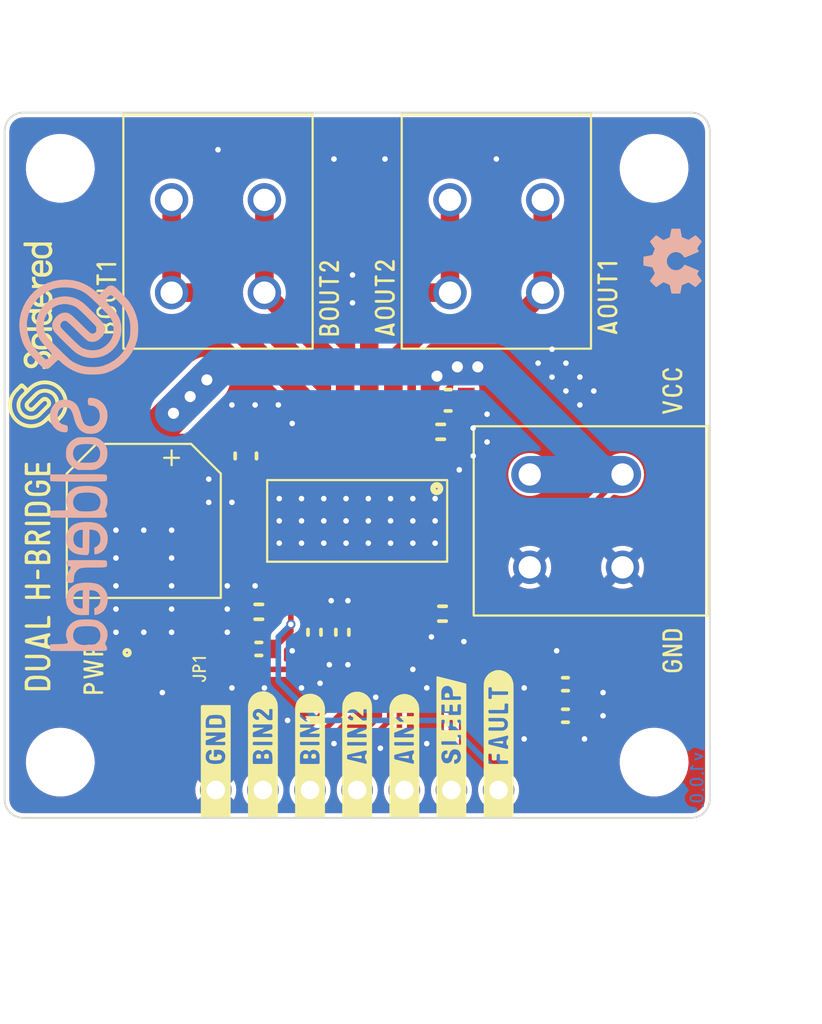
<source format=kicad_pcb>
(kicad_pcb (version 20210126) (generator pcbnew)
  (layers (0 "F.Cu" signal) (31 "B.Cu" signal) (34 "B.Paste" user) (35 "F.Paste" user) (36 "B.SilkS" user "B.Silkscreen") (37 "F.SilkS" user "F.Silkscreen") (38 "B.Mask" user) (39 "F.Mask" user) (44 "Edge.Cuts" user))
  (net 0 "")
  (net 1 "VIN")
  (net 2 "GND")
  (net 3 "5V")
  (net 4 "Net-(C6-Pad2)")
  (net 5 "Net-(C6-Pad1)")
  (net 6 "Net-(D1-Pad1)")
  (net 7 "Net-(JP1-Pad2)")
  (net 8 "Net-(C4-Pad2)")
  (net 9 "AOUT1")
  (net 10 "AOUT2")
  (net 11 "BOUT2")
  (net 12 "BOUT1")
  (net 13 "~SLEEP")
  (net 14 "AIN1")
  (net 15 "AIN2")
  (net 16 "BIN1")
  (net 17 "BIN2")
  (net 18 "~FAULT")
  (net 19 "Net-(R3-Pad1)")
  (footprint "buzzardLabel" (layer "F.Cu") (at 124.08 130.4 90)
    (fp_text reference "" (at 0 0 90) (layer "F.SilkS") (effects (font (size 1.27 1.27))))
    (fp_text value "" (at 0 0 90) (layer "F.SilkS") (effects (font (size 1.27 1.27))))
  )
  (footprint "buzzardLabel" (layer "F.Cu") (at 119 130.4 90)
    (fp_text reference "" (at 0 0 90) (layer "F.SilkS") (effects (font (size 1.27 1.27))))
    (fp_text value "" (at 0 0 90) (layer "F.SilkS") (effects (font (size 1.27 1.27))))
  )
  (footprint "Soldered Graphics:Logo-Front-SolderedFULL-10mm" (layer "F.Cu") (at 101.8 104 90)
    (fp_text reference "G***" hide)
    (fp_text value "LOGO" hide)
  )
  (footprint "buzzardLabel" (layer "F.Cu") (at 117.5 102 90)
    (fp_text reference "" (at 0 0 90) (layer "F.SilkS") (effects (font (size 1.27 1.27))))
    (fp_text value "" (at 0 0 90) (layer "F.SilkS") (effects (font (size 1.27 1.27))))
  )
  (footprint "e-radionica.com footprinti:HOLE_3.2mm" (layer "F.Cu") (at 103 127)
    (fp_text reference "H2" hide)
    (fp_text value "HOLE_3.2mm" hide)
    (pad "" np_thru_hole circle (at 0 0) (size 3.2 3.2) (drill 3.2) (layers F&B.Cu *.Mask))
  )
  (footprint "e-radionica.com footprinti:0603R" (layer "F.Cu") (at 130.225 124.5 180)
    (fp_text reference "R6")
    (fp_text value "200k")
    (pad "1" smd rect (at -0.775 0 270) (size 1 0.64) (layers "F.Cu" "F.Paste" "F.Mask") (net 2 "GND"))
    (pad "2" smd rect (at 0.775 0 270) (size 1 0.64) (layers "F.Cu" "F.Paste" "F.Mask") (net 13 "~SLEEP"))
  )
  (footprint "e-radionica.com footprinti:0402LED" (layer "F.Cu") (at 106 122 90)
    (fp_text reference "D1")
    (fp_text value "purple")
    (pad "1" smd rect (at -0.55 0 180) (size 0.75 0.45) (layers "F.Cu" "F.Paste" "F.Mask") (net 6 "Net-(D1-Pad1)"))
    (pad "2" smd rect (at 0.55 0 180) (size 0.75 0.45) (layers "F.Cu" "F.Paste" "F.Mask") (net 2 "GND"))
  )
  (footprint "e-radionica.com footprinti:0402R" (layer "F.Cu") (at 107.5 122 -90)
    (fp_text reference "R1")
    (fp_text value "1k")
    (pad "1" smd rect (at -0.5 0) (size 0.64 0.54) (layers "F.Cu" "F.Paste" "F.Mask") (net 7 "Net-(JP1-Pad2)"))
    (pad "2" smd rect (at 0.5 0) (size 0.64 0.54) (layers "F.Cu" "F.Paste" "F.Mask") (net 6 "Net-(D1-Pad1)"))
  )
  (footprint "e-radionica.com footprinti:HTSSOP-28" (layer "F.Cu") (at 119 114 -90)
    (fp_text reference "U1")
    (fp_text value "DRV8424PPWPR")
    (pad "1" smd rect (at -2.9 -4.225 270) (size 1.5 0.45) (layers "F.Cu" "F.Paste" "F.Mask") (net 8 "Net-(C4-Pad2)"))
    (pad "2" smd rect (at -2.9 -3.575 270) (size 1.5 0.45) (layers "F.Cu" "F.Paste" "F.Mask") (net 1 "VIN"))
    (pad "3" smd rect (at -2.9 -2.925 270) (size 1.5 0.45) (layers "F.Cu" "F.Paste" "F.Mask") (net 2 "GND"))
    (pad "4" smd rect (at -2.9 -2.275 270) (size 1.5 0.45) (layers "F.Cu" "F.Paste" "F.Mask") (net 9 "AOUT1"))
    (pad "5" smd rect (at -2.9 -1.625 270) (size 1.5 0.45) (layers "F.Cu" "F.Paste" "F.Mask") (net 9 "AOUT1"))
    (pad "6" smd rect (at -2.9 -0.975 270) (size 1.5 0.45) (layers "F.Cu" "F.Paste" "F.Mask") (net 10 "AOUT2"))
    (pad "7" smd rect (at -2.9 -0.325 270) (size 1.5 0.45) (layers "F.Cu" "F.Paste" "F.Mask") (net 10 "AOUT2"))
    (pad "8" smd rect (at -2.9 0.325 270) (size 1.5 0.45) (layers "F.Cu" "F.Paste" "F.Mask") (net 11 "BOUT2"))
    (pad "9" smd rect (at -2.9 0.975 270) (size 1.5 0.45) (layers "F.Cu" "F.Paste" "F.Mask") (net 11 "BOUT2"))
    (pad "10" smd rect (at -2.9 1.625 270) (size 1.5 0.45) (layers "F.Cu" "F.Paste" "F.Mask") (net 12 "BOUT1"))
    (pad "11" smd rect (at -2.9 2.275 270) (size 1.5 0.45) (layers "F.Cu" "F.Paste" "F.Mask") (net 12 "BOUT1"))
    (pad "12" smd rect (at -2.9 2.925 270) (size 1.5 0.45) (layers "F.Cu" "F.Paste" "F.Mask") (net 2 "GND"))
    (pad "13" smd rect (at -2.9 3.575 270) (size 1.5 0.45) (layers "F.Cu" "F.Paste" "F.Mask") (net 1 "VIN"))
    (pad "14" smd rect (at -2.9 4.225 270) (size 1.5 0.45) (layers "F.Cu" "F.Paste" "F.Mask") (net 2 "GND"))
    (pad "15" smd rect (at 2.9 4.225 270) (size 1.5 0.45) (layers "F.Cu" "F.Paste" "F.Mask") (net 3 "5V"))
    (pad "16" smd rect (at 2.9 3.575 270) (size 1.5 0.45) (layers "F.Cu" "F.Paste" "F.Mask") (net 18 "~FAULT"))
    (pad "17" smd rect (at 2.9 2.925 270) (size 1.5 0.45) (layers "F.Cu" "F.Paste" "F.Mask") (net 19 "Net-(R3-Pad1)"))
    (pad "18" smd rect (at 2.9 2.275 270) (size 1.5 0.45) (layers "F.Cu" "F.Paste" "F.Mask") (net 19 "Net-(R3-Pad1)"))
    (pad "19" smd rect (at 2.9 1.625 270) (size 1.5 0.45) (layers "F.Cu" "F.Paste" "F.Mask") (net 2 "GND"))
    (pad "20" smd rect (at 2.9 0.975 270) (size 1.5 0.45) (layers "F.Cu" "F.Paste" "F.Mask") (net 2 "GND"))
    (pad "21" smd rect (at 2.9 0.325 270) (size 1.5 0.45) (layers "F.Cu" "F.Paste" "F.Mask") (net 2 "GND"))
    (pad "22" smd rect (at 2.9 -0.325 270) (size 1.5 0.45) (layers "F.Cu" "F.Paste" "F.Mask") (net 17 "BIN2"))
    (pad "23" smd rect (at 2.9 -0.975 270) (size 1.5 0.45) (layers "F.Cu" "F.Paste" "F.Mask") (net 16 "BIN1"))
    (pad "24" smd rect (at 2.9 -1.625 270) (size 1.5 0.45) (layers "F.Cu" "F.Paste" "F.Mask") (net 15 "AIN2"))
    (pad "25" smd rect (at 2.9 -2.275 270) (size 1.5 0.45) (layers "F.Cu" "F.Paste" "F.Mask") (net 14 "AIN1"))
    (pad "26" smd rect (at 2.9 -2.925 270) (size 1.5 0.45) (layers "F.Cu" "F.Paste" "F.Mask") (net 13 "~SLEEP"))
    (pad "27" smd rect (at 2.9 -3.575 270) (size 1.5 0.45) (layers "F.Cu" "F.Paste" "F.Mask") (net 5 "Net-(C6-Pad1)"))
    (pad "28" smd rect (at 2.9 -4.225 270) (size 1.5 0.45) (layers "F.Cu" "F.Paste" "F.Mask") (net 4 "Net-(C6-Pad2)"))
    (pad "29" thru_hole circle (at -1.2 0.6 270) (size 0.5 0.5) (drill 0.3) (layers *.Cu) (net 2 "GND"))
    (pad "29" thru_hole circle (at 1.2 -3 270) (size 0.5 0.5) (drill 0.3) (layers *.Cu) (net 2 "GND"))
    (pad "29" thru_hole circle (at 1.2 0.6 270) (size 0.5 0.5) (drill 0.3) (layers *.Cu) (net 2 "GND"))
    (pad "29" thru_hole circle (at 0 -3 270) (size 0.5 0.5) (drill 0.3) (layers *.Cu) (net 2 "GND"))
    (pad "29" thru_hole circle (at -1.2 1.8 270) (size 0.5 0.5) (drill 0.3) (layers *.Cu) (net 2 "GND"))
    (pad "29" thru_hole circle (at -1.2 3 270) (size 0.5 0.5) (drill 0.3) (layers *.Cu) (net 2 "GND"))
    (pad "29" thru_hole circle (at 0 -0.6 270) (size 0.5 0.5) (drill 0.3) (layers *.Cu) (net 2 "GND"))
    (pad "29" thru_hole circle (at 1.2 4.2 270) (size 0.5 0.5) (drill 0.3) (layers *.Cu) (net 2 "GND"))
    (pad "29" thru_hole circle (at 1.2 -4.2 270) (size 0.5 0.5) (drill 0.3) (layers *.Cu) (net 2 "GND"))
    (pad "29" thru_hole circle (at -1.2 4.2 270) (size 0.5 0.5) (drill 0.3) (layers *.Cu) (net 2 "GND"))
    (pad "29" thru_hole circle (at -1.2 -1.8 270) (size 0.5 0.5) (drill 0.3) (layers *.Cu) (net 2 "GND"))
    (pad "29" thru_hole circle (at 0 4.2 270) (size 0.5 0.5) (drill 0.3) (layers *.Cu) (net 2 "GND"))
    (pad "29" thru_hole circle (at 0 3 270) (size 0.5 0.5) (drill 0.3) (layers *.Cu) (net 2 "GND"))
    (pad "29" smd rect (at 0 0 270) (size 3.1 4.05) (layers "F.Cu" "F.Paste" "F.Mask") (net 2 "GND"))
    (pad "29" thru_hole circle (at 1.2 1.8 270) (size 0.5 0.5) (drill 0.3) (layers *.Cu) (net 2 "GND"))
    (pad "29" thru_hole circle (at 0 0.6 270) (size 0.5 0.5) (drill 0.3) (layers *.Cu) (net 2 "GND"))
    (pad "29" thru_hole circle (at 0 -1.8 270) (size 0.5 0.5) (drill 0.3) (layers *.Cu) (net 2 "GND"))
    (pad "29" thru_hole circle (at 0 1.8 270) (size 0.5 0.5) (drill 0.3) (layers *.Cu) (net 2 "GND"))
    (pad "29" thru_hole circle (at -1.2 -0.6 270) (size 0.5 0.5) (drill 0.3) (layers *.Cu) (net 2 "GND"))
    (pad "29" thru_hole circle (at -1.2 -3 270) (size 0.5 0.5) (drill 0.3) (layers *.Cu) (net 2 "GND"))
    (pad "29" thru_hole circle (at 0 -4.2 270) (size 0.5 0.5) (drill 0.3) (layers *.Cu) (net 2 "GND"))
    (pad "29" thru_hole circle (at 1.2 3 270) (size 0.5 0.5) (drill 0.3) (layers *.Cu) (net 2 "GND"))
    (pad "29" thru_hole circle (at 1.2 -0.6 270) (size 0.5 0.5) (drill 0.3) (layers *.Cu) (net 2 "GND"))
    (pad "29" thru_hole circle (at -1.2 -4.2 270) (size 0.5 0.5) (drill 0.3) (layers *.Cu) (net 2 "GND"))
    (pad "29" thru_hole circle (at 1.2 -1.8 270) (size 0.5 0.5) (drill 0.3) (layers *.Cu) (net 2 "GND"))
  )
  (footprint "e-radionica.com footprinti:HOLE_3.2mm" (layer "F.Cu") (at 135 127)
    (fp_text reference "H3" hide)
    (fp_text value "HOLE_3.2mm" hide)
    (pad "" np_thru_hole circle (at 0 0) (size 3.2 3.2) (drill 3.2) (layers F&B.Cu *.Mask))
  )
  (footprint "e-radionica.com footprinti:SMD-JUMPER-CONNECTED_TRACE_NOSLODERMASK" (layer "F.Cu") (at 109.5 122 90)
    (fp_text reference "JP1")
    (fp_text value "SMD-JUMPER-CONNECTED_TRACE_NOSLODERMASK")
    (fp_poly (pts (xy 0.1 0.1) (xy -0.1 0.1) (xy -0.1 -0.1) (xy 0.1 -0.1)) (layer "F.Cu") (width 0.1) (fill solid))
    (pad "1" smd rect (at -0.35 0 90) (size 0.5 1) (layers "F.Cu") (net 1 "VIN"))
    (pad "2" smd rect (at 0.35 0 90) (size 0.5 1) (layers "F.Cu") (net 7 "Net-(JP1-Pad2)"))
  )
  (footprint "e-radionica.com footprinti:0603C" (layer "F.Cu") (at 123.6 119)
    (fp_text reference "C6")
    (fp_text value "C1608X7R2A223K080AA")
    (pad "1" smd rect (at -0.73 0) (size 0.66 1) (layers "F.Cu" "F.Paste" "F.Mask") (net 5 "Net-(C6-Pad1)"))
    (pad "2" smd rect (at 0.73 0) (size 0.66 1) (layers "F.Cu" "F.Paste" "F.Mask") (net 4 "Net-(C6-Pad2)"))
  )
  (footprint "Soldered Graphics:Logo-Back-OSH-3.5mm" (layer "F.Cu") (at 136 100 90)
    (fp_text reference "G***" hide)
    (fp_text value "LOGO" hide)
  )
  (footprint "e-radionica.com footprinti:0603R" (layer "F.Cu") (at 118.2 120 90)
    (fp_text reference "R4")
    (fp_text value "10k")
    (pad "1" smd rect (at -0.775 0 180) (size 1 0.64) (layers "F.Cu" "F.Paste" "F.Mask") (net 2 "GND"))
    (pad "2" smd rect (at 0.775 0 180) (size 1 0.64) (layers "F.Cu" "F.Paste" "F.Mask") (net 19 "Net-(R3-Pad1)"))
  )
  (footprint "buzzardLabel" (layer "F.Cu") (at 104.8 122 90)
    (fp_text reference "" (at 0 0 90) (layer "F.SilkS") (effects (font (size 1.27 1.27))))
    (fp_text value "" (at 0 0 90) (layer "F.SilkS") (effects (font (size 1.27 1.27))))
  )
  (footprint "buzzardLabel" (layer "F.Cu") (at 121.54 130.4 90)
    (fp_text reference "" (at 0 0 90) (layer "F.SilkS") (effects (font (size 1.27 1.27))))
    (fp_text value "" (at 0 0 90) (layer "F.SilkS") (effects (font (size 1.27 1.27))))
  )
  (footprint "buzzardLabel" (layer "F.Cu") (at 101.8 117 90)
    (fp_text reference "" (at 0 0 90) (layer "F.SilkS") (effects (font (size 1.27 1.27))))
    (fp_text value "" (at 0 0 90) (layer "F.SilkS") (effects (font (size 1.27 1.27))))
  )
  (footprint "e-radionica.com footprinti:0603R" (layer "F.Cu") (at 116.7 120 -90)
    (fp_text reference "R3")
    (fp_text value "5k1")
    (pad "1" smd rect (at -0.775 0) (size 1 0.64) (layers "F.Cu" "F.Paste" "F.Mask") (net 19 "Net-(R3-Pad1)"))
    (pad "2" smd rect (at 0.775 0) (size 1 0.64) (layers "F.Cu" "F.Paste" "F.Mask") (net 3 "5V"))
  )
  (footprint "e-radionica.com footprinti:0603R" (layer "F.Cu") (at 130.225 122.8)
    (fp_text reference "R5")
    (fp_text value "500k")
    (pad "1" smd rect (at -0.775 0 90) (size 1 0.64) (layers "F.Cu" "F.Paste" "F.Mask") (net 13 "~SLEEP"))
    (pad "2" smd rect (at 0.775 0 90) (size 1 0.64) (layers "F.Cu" "F.Paste" "F.Mask") (net 1 "VIN"))
  )
  (footprint "buzzardLabel" (layer "F.Cu") (at 136 107 90)
    (fp_text reference "" (at 0 0 90) (layer "F.SilkS") (effects (font (size 1.27 1.27))))
    (fp_text value "" (at 0 0 90) (layer "F.SilkS") (effects (font (size 1.27 1.27))))
  )
  (footprint "e-radionica.com footprinti:HOLE_3.2mm" (layer "F.Cu") (at 103 95)
    (fp_text reference "H1" hide)
    (fp_text value "HOLE_3.2mm" hide)
    (pad "" np_thru_hole circle (at 0 0) (size 3.2 3.2) (drill 3.2) (layers F&B.Cu *.Mask))
  )
  (footprint "buzzardLabel" (layer "F.Cu") (at 132.5 102 90)
    (fp_text reference "" (at 0 0 90) (layer "F.SilkS") (effects (font (size 1.27 1.27))))
    (fp_text value "" (at 0 0 90) (layer "F.SilkS") (effects (font (size 1.27 1.27))))
  )
  (footprint "e-radionica.com footprinti:ELECTROLITIC_CAP_8x8x14.5" (layer "F.Cu") (at 107.5 114 -90)
    (fp_text reference "C2")
    (fp_text value "VKMD1451K101MV")
    (pad "1" smd rect (at -3.3 0) (size 1.2 3.4) (layers "F.Cu" "F.Paste" "F.Mask") (net 1 "VIN"))
    (pad "2" smd rect (at 3.3 0) (size 1.2 3.4) (layers "F.Cu" "F.Paste" "F.Mask") (net 2 "GND"))
  )
  (footprint "buzzardLabel" (layer "F.Cu") (at 136 121 90)
    (fp_text reference "" (at 0 0 90) (layer "F.SilkS") (effects (font (size 1.27 1.27))))
    (fp_text value "" (at 0 0 90) (layer "F.SilkS") (effects (font (size 1.27 1.27))))
  )
  (footprint "buzzardLabel" (layer "F.Cu") (at 110.5 122 90)
    (fp_text reference "" (at 0 0 90) (layer "F.SilkS") (effects (font (size 1.27 1.27))))
    (fp_text value "" (at 0 0 90) (layer "F.SilkS") (effects (font (size 1.27 1.27))))
  )
  (footprint "buzzardLabel" (layer "F.Cu") (at 113.92 130.4 90)
    (fp_text reference "" (at 0 0 90) (layer "F.SilkS") (effects (font (size 1.27 1.27))))
    (fp_text value "" (at 0 0 90) (layer "F.SilkS") (effects (font (size 1.27 1.27))))
  )
  (footprint "e-radionica.com footprinti:0805C" (layer "F.Cu") (at 123.9 107.5 180)
    (fp_text reference "C3")
    (fp_text value "08051C103KAT2A")
    (pad "1" smd rect (at -0.975 0 270) (size 1.35 0.9) (layers "F.Cu" "F.Paste" "F.Mask") (net 2 "GND"))
    (pad "2" smd rect (at 0.975 0 270) (size 1.35 0.9) (layers "F.Cu" "F.Paste" "F.Mask") (net 1 "VIN"))
  )
  (footprint "e-radionica.com footprinti:HEADER_MALE_7X1" (layer "F.Cu") (at 119 128.5)
    (fp_text reference "K4")
    (fp_text value "HEADER_MALE_7X1")
    (pad "1" thru_hole circle (at -7.62 0) (size 1.7 1.7) (drill 1) (layers *.Cu *.Mask) (net 2 "GND"))
    (pad "2" thru_hole circle (at -5.08 0) (size 1.7 1.7) (drill 1) (layers *.Cu *.Mask) (net 17 "BIN2"))
    (pad "3" thru_hole circle (at -2.54 0) (size 1.7 1.7) (drill 1) (layers *.Cu *.Mask) (net 16 "BIN1"))
    (pad "4" thru_hole circle (at 0 0) (size 1.7 1.7) (drill 1) (layers *.Cu *.Mask) (net 15 "AIN2"))
    (pad "5" thru_hole circle (at 2.54 0) (size 1.7 1.7) (drill 1) (layers *.Cu *.Mask) (net 14 "AIN1"))
    (pad "6" thru_hole circle (at 5.08 0) (size 1.7 1.7) (drill 1) (layers *.Cu *.Mask) (net 13 "~SLEEP"))
    (pad "7" thru_hole circle (at 7.62 0) (size 1.7 1.7) (drill 1) (layers *.Cu *.Mask) (net 18 "~FAULT"))
  )
  (footprint "e-radionica.com footprinti:FIDUCIAL_1MM_PASTE" (layer "F.Cu") (at 136.5 114)
    (fp_text reference "FD1")
    (fp_text value "Fiducial_Stencil")
    (pad "1" smd circle (at 0 0) (size 1 1) (property pad_prop_fiducial_glob) (layers "F.Cu" "F.Paste" "F.Mask"))
  )
  (footprint "buzzardLabel" (layer "F.Cu") (at 111.38 130.4 90)
    (fp_text reference "" (at 0 0 90) (layer "F.SilkS") (effects (font (size 1.27 1.27))))
    (fp_text value "" (at 0 0 90) (layer "F.SilkS") (effects (font (size 1.27 1.27))))
  )
  (footprint "e-radionica.com footprinti:0603C" (layer "F.Cu") (at 113.7 118.9)
    (fp_text reference "C5")
    (fp_text value "100nF")
    (pad "1" smd rect (at -0.73 0) (size 0.66 1) (layers "F.Cu" "F.Paste" "F.Mask") (net 2 "GND"))
    (pad "2" smd rect (at 0.73 0) (size 0.66 1) (layers "F.Cu" "F.Paste" "F.Mask") (net 3 "5V"))
  )
  (footprint "buzzardLabel" (layer "F.Cu") (at 126.62 130.4 90)
    (fp_text reference "" (at 0 0 90) (layer "F.SilkS") (effects (font (size 1.27 1.27))))
    (fp_text value "" (at 0 0 90) (layer "F.SilkS") (effects (font (size 1.27 1.27))))
  )
  (footprint "e-radionica.com footprinti:HOLE_3.2mm" (layer "F.Cu") (at 135 95)
    (fp_text reference "H4" hide)
    (fp_text value "HOLE_3.2mm" hide)
    (pad "" np_thru_hole circle (at 0 0) (size 3.2 3.2) (drill 3.2) (layers F&B.Cu *.Mask))
  )
  (footprint "Soldered Graphics:Logo-Back-SolderedFULL-20mm" (layer "F.Cu") (at 104 111 90)
    (fp_text reference "REF**" hide)
    (fp_text value "Logo-Front-SolderedFULL-20mm" hide)
  )
  (footprint "e-radionica.com footprinti:0603R" (layer "F.Cu") (at 113.7 120.9 180)
    (fp_text reference "R2")
    (fp_text value "10k")
    (pad "1" smd rect (at -0.775 0 270) (size 1 0.64) (layers "F.Cu" "F.Paste" "F.Mask") (net 18 "~FAULT"))
    (pad "2" smd rect (at 0.775 0 270) (size 1 0.64) (layers "F.Cu" "F.Paste" "F.Mask") (net 3 "5V"))
  )
  (footprint "buzzardLabel" (layer "F.Cu") (at 120.5 102 90)
    (fp_text reference "" (at 0 0 90) (layer "F.SilkS") (effects (font (size 1.27 1.27))))
    (fp_text value "" (at 0 0 90) (layer "F.SilkS") (effects (font (size 1.27 1.27))))
  )
  (footprint "e-radionica.com footprinti:TERMINAL_KF235-5.0-2P" (layer "F.Cu") (at 126.5 99.2 180)
    (fp_text reference "K2")
    (fp_text value "TERMINAL_KF235-5.0-2P")
    (pad "1" thru_hole circle (at 2.5 2.5 180) (size 1.8 1.8) (drill 1.2) (layers *.Cu *.Mask) (net 10 "AOUT2"))
    (pad "1" thru_hole circle (at 2.5 -2.5 180) (size 1.8 1.8) (drill 1.2) (layers *.Cu *.Mask) (net 10 "AOUT2"))
    (pad "2" thru_hole circle (at -2.5 -2.5 180) (size 1.8 1.8) (drill 1.2) (layers *.Cu *.Mask) (net 9 "AOUT1"))
    (pad "2" thru_hole circle (at -2.5 2.5 180) (size 1.8 1.8) (drill 1.2) (layers *.Cu *.Mask) (net 9 "AOUT1"))
  )
  (footprint "e-radionica.com footprinti:TERMINAL_KF235-5.0-2P" (layer "F.Cu") (at 111.5 99.2 180)
    (fp_text reference "K3")
    (fp_text value "TERMINAL_KF235-5.0-2P")
    (pad "1" thru_hole circle (at 2.5 -2.5 180) (size 1.8 1.8) (drill 1.2) (layers *.Cu *.Mask) (net 12 "BOUT1"))
    (pad "1" thru_hole circle (at 2.5 2.5 180) (size 1.8 1.8) (drill 1.2) (layers *.Cu *.Mask) (net 12 "BOUT1"))
    (pad "2" thru_hole circle (at -2.5 -2.5 180) (size 1.8 1.8) (drill 1.2) (layers *.Cu *.Mask) (net 11 "BOUT2"))
    (pad "2" thru_hole circle (at -2.5 2.5 180) (size 1.8 1.8) (drill 1.2) (layers *.Cu *.Mask) (net 11 "BOUT2"))
  )
  (footprint "e-radionica.com footprinti:0805C" (layer "F.Cu") (at 113 110.5 90)
    (fp_text reference "C1")
    (fp_text value "08051C103KAT2A")
    (pad "1" smd rect (at -0.975 0 180) (size 1.35 0.9) (layers "F.Cu" "F.Paste" "F.Mask") (net 2 "GND"))
    (pad "2" smd rect (at 0.975 0 180) (size 1.35 0.9) (layers "F.Cu" "F.Paste" "F.Mask") (net 1 "VIN"))
  )
  (footprint "e-radionica.com footprinti:TERMINAL_KF235-5.0-2P" (layer "F.Cu") (at 130.8 114 90)
    (fp_text reference "K1")
    (fp_text value "TERMINAL_KF235-5.0-2P")
    (pad "1" thru_hole circle (at 2.5 2.5 90) (size 1.8 1.8) (drill 1.2) (layers *.Cu *.Mask) (net 1 "VIN"))
    (pad "1" thru_hole circle (at 2.5 -2.5 90) (size 1.8 1.8) (drill 1.2) (layers *.Cu *.Mask) (net 1 "VIN"))
    (pad "2" thru_hole circle (at -2.5 -2.5 90) (size 1.8 1.8) (drill 1.2) (layers *.Cu *.Mask) (net 2 "GND"))
    (pad "2" thru_hole circle (at -2.5 2.5 90) (size 1.8 1.8) (drill 1.2) (layers *.Cu *.Mask) (net 2 "GND"))
  )
  (footprint "buzzardLabel" (layer "F.Cu") (at 105.5 102 90)
    (fp_text reference "" (at 0 0 90) (layer "F.SilkS") (effects (font (size 1.27 1.27))))
    (fp_text value "" (at 0 0 90) (layer "F.SilkS") (effects (font (size 1.27 1.27))))
  )
  (footprint "e-radionica.com footprinti:0603C" (layer "F.Cu") (at 123.5 109.2)
    (fp_text reference "C4")
    (fp_text value "AC0603KRX7R9BB224")
    (pad "1" smd rect (at -0.73 0) (size 0.66 1) (layers "F.Cu" "F.Paste" "F.Mask") (net 1 "VIN"))
    (pad "2" smd rect (at 0.73 0) (size 0.66 1) (layers "F.Cu" "F.Paste" "F.Mask") (net 8 "Net-(C4-Pad2)"))
  )
  (footprint "buzzardLabel" (layer "F.Cu") (at 116.46 130.4 90)
    (fp_text reference "" (at 0 0 90) (layer "F.SilkS") (effects (font (size 1.27 1.27))))
    (fp_text value "" (at 0 0 90) (layer "F.SilkS") (effects (font (size 1.27 1.27))))
  )
  (footprint "Soldered Graphics:Version1.0.0." (layer "B.Cu") (at 137.3 128 -90)
    (fp_text reference "" (at 0 0 90) (layer "B.SilkS") (effects (font (size 1.27 1.27)) (justify mirror)))
    (fp_text value "" (at 0 0 90) (layer "B.SilkS") (effects (font (size 1.27 1.27)) (justify mirror)))
    (fp_poly (pts (xy -1.33 -0.35) (xy -1.27 -0.35) (xy -1.25 -0.31) (xy -1.09 0.1) (xy -1.11 0.13) (xy -1.16 0.13) (xy -1.19 0.1) (xy -1.28 -0.16) (xy -1.3 -0.21) (xy -1.32 -0.17) (xy -1.41 0.09) (xy -1.44 0.13) (xy -1.49 0.13) (xy -1.51 0.1) (xy -1.36 -0.31) (xy -1.33 -0.35)) (layer "B.Cu") (width 0.01) (fill solid))
    (fp_poly (pts (xy 0.93 -0.35) (xy 0.99 -0.35) (xy 1.04 -0.33) (xy 1.01 -0.28) (xy 0.91 -0.28) (xy 0.87 -0.25) (xy 0.85 -0.2) (xy 0.83 -0.15) (xy 0.83 -0.11) (xy 0.82 0.01) (xy 0.83 0.13) (xy 0.83 0.17) (xy 0.84 0.22) (xy 0.87 0.27) (xy 0.9 0.3) (xy 1.01 0.3) (xy 1.04 0.26) (xy 1.05 0.21) (xy 1.06 0.15) (xy 1.07 0.05) (xy 1.07 -0.08) (xy 1.06 -0.12) (xy 1.06 -0.17) (xy 1.04 -0.22) (xy 1.02 -0.27) (xy 1.01 -0.28) (xy 1.05 -0.32) (xy 1.09 -0.29) (xy 1.12 -0.26) (xy 1.14 -0.22) (xy 1.15 -0.16) (xy 1.16 -0.11) (xy 1.16 -0.06) (xy 1.16 0.06) (xy 1.16 0.12) (xy 1.15 0.17) (xy 1.14 0.22) (xy 1.13 0.27) (xy 1.1 0.3) (xy 1.06 0.34) (xy 1.01 0.37) (xy 0.95 0.38) (xy 0.9 0.38) (xy 0.84 0.35) (xy 0.8 0.31) (xy 0.78 0.28) (xy 0.75 0.23) (xy 0.74 0.18) (xy 0.74 0.13) (xy 0.73 0.08) (xy 0.73 -0.04) (xy 0.73 -0.1) (xy 0.74 -0.14) (xy 0.75 -0.2) (xy 0.77 -0.25) (xy 0.79 -0.28) (xy 0.83 -0.32) (xy 0.89 -0.35) (xy 0.93 -0.35)) (layer "B.Cu") (width 0.01) (fill solid))
    (fp_poly (pts (xy -0.44 -0.38) (xy -0.39 -0.38) (xy -0.34 -0.37) (xy -0.34 -0.33) (xy -0.34 -0.27) (xy -0.38 -0.26) (xy -0.43 -0.26) (xy -0.46 -0.29) (xy -0.46 -0.34) (xy -0.44 -0.38)) (layer "B.Cu") (width 0.01) (fill solid))
    (fp_poly (pts (xy 0.06 -0.35) (xy 0.11 -0.35) (xy 0.17 -0.33) (xy 0.13 -0.28) (xy 0.03 -0.28) (xy -0.01 -0.25) (xy -0.03 -0.2) (xy -0.05 -0.15) (xy -0.05 -0.11) (xy -0.05 0.01) (xy -0.05 0.13) (xy -0.05 0.17) (xy -0.03 0.22) (xy -0.01 0.27) (xy 0.02 0.3) (xy 0.13 0.3) (xy 0.16 0.26) (xy 0.18 0.21) (xy 0.18 0.15) (xy 0.19 0.05) (xy 0.19 -0.08) (xy 0.19 -0.12) (xy 0.18 -0.17) (xy 0.16 -0.22) (xy 0.14 -0.27) (xy 0.14 -0.28) (xy 0.17 -0.32) (xy 0.21 -0.29) (xy 0.24 -0.26) (xy 0.26 -0.22) (xy 0.27 -0.16) (xy 0.28 -0.11) (xy 0.28 -0.06) (xy 0.28 0.06) (xy 0.28 0.12) (xy 0.27 0.17) (xy 0.26 0.22) (xy 0.25 0.27) (xy 0.22 0.3) (xy 0.19 0.34) (xy 0.13 0.37) (xy 0.08 0.38) (xy 0.02 0.38) (xy -0.03 0.35) (xy -0.08 0.31) (xy -0.1 0.28) (xy -0.12 0.23) (xy -0.14 0.18) (xy -0.14 0.13) (xy -0.15 0.08) (xy -0.15 -0.04) (xy -0.14 -0.1) (xy -0.14 -0.14) (xy -0.13 -0.2) (xy -0.11 -0.25) (xy -0.08 -0.28) (xy -0.05 -0.32) (xy 0.01 -0.35) (xy 0.06 -0.35)) (layer "B.Cu") (width 0.01) (fill solid))
    (fp_poly (pts (xy 0.43 -0.38) (xy 0.48 -0.38) (xy 0.54 -0.37) (xy 0.54 -0.33) (xy 0.54 -0.27) (xy 0.5 -0.26) (xy 0.45 -0.26) (xy 0.42 -0.29) (xy 0.42 -0.34) (xy 0.43 -0.38)) (layer "B.Cu") (width 0.01) (fill solid))
    (fp_poly (pts (xy -0.67 -0.35) (xy -0.62 -0.35) (xy -0.6 -0.31) (xy -0.6 0.35) (xy -0.64 0.38) (xy -0.69 0.38) (xy -0.73 0.34) (xy -0.84 0.22) (xy -0.86 0.17) (xy -0.83 0.16) (xy -0.73 0.22) (xy -0.69 0.23) (xy -0.69 -0.31) (xy -0.67 -0.35)) (layer "B.Cu") (width 0.01) (fill solid))
    (fp_poly (pts (xy 1.31 -0.38) (xy 1.36 -0.38) (xy 1.41 -0.37) (xy 1.42 -0.33) (xy 1.42 -0.27) (xy 1.38 -0.26) (xy 1.33 -0.26) (xy 1.3 -0.29) (xy 1.3 -0.34) (xy 1.31 -0.38)) (layer "B.Cu") (width 0.01) (fill solid))
  )
  (gr_line (start 138 93) (end 138 129) (layer "Edge.Cuts") (width 0.1))
  (gr_arc (start 137 129) (end 137 130) (angle -90) (layer "Edge.Cuts") (width 0.1))
  (gr_arc (start 137 93) (end 137 92) (angle 90) (layer "Edge.Cuts") (width 0.1))
  (gr_line (start 137 130) (end 101 130) (layer "Edge.Cuts") (width 0.1))
  (gr_line (start 101 92) (end 137 92) (layer "Edge.Cuts") (width 0.1))
  (gr_arc (start 101 129) (end 101 130) (angle 90) (layer "Edge.Cuts") (width 0.1))
  (gr_arc (start 101 93) (end 101 92) (angle -90) (layer "Edge.Cuts") (width 0.1))
  (gr_line (start 100 129) (end 100 93) (layer "Edge.Cuts") (width 0.1))
  (segment (start 109.5 123.3) (end 108.8 124) (width 0.3) (layer "F.Cu") (net 1))
  (segment (start 113.025 109.5) (end 113 109.525) (width 0.45) (layer "F.Cu") (net 1))
  (segment (start 105.5 124) (end 104.4 122.9) (width 0.3) (layer "F.Cu") (net 1))
  (segment (start 122.575 111.1) (end 122.575 109.295) (width 0.45) (layer "F.Cu") (net 1))
  (segment (start 110.9 106.4) (end 107.5 109.8) (width 2) (layer "F.Cu") (net 1))
  (segment (start 114.8 109.5) (end 113.025 109.5) (width 0.45) (layer "F.Cu") (net 1))
  (segment (start 104.4 113.8) (end 107.5 110.7) (width 0.3) (layer "F.Cu") (net 1))
  (segment (start 115.425 111.1) (end 115.425 110.125) (width 0.45) (layer "F.Cu") (net 1))
  (segment (start 113 109.525) (end 108.675 109.525) (width 0.45) (layer "F.Cu") (net 1))
  (segment (start 107.5 109.8) (end 107.5 110.7) (width 2) (layer "F.Cu") (net 1))
  (segment (start 131 113.8) (end 131 122.8) (width 0.3) (layer "F.Cu") (net 1))
  (segment (start 122.77 109.2) (end 122.77 108.33) (width 0.8) (layer "F.Cu") (net 1))
  (segment (start 109.5 122.35) (end 109.5 123.3) (width 0.3) (layer "F.Cu") (net 1))
  (segment (start 133.3 111.5) (end 131 113.8) (width 0.3) (layer "F.Cu") (net 1))
  (segment (start 122.575 109.295) (end 122.67 109.2) (width 0.45) (layer "F.Cu") (net 1))
  (segment (start 115.425 110.125) (end 114.8 109.5) (width 0.45) (layer "F.Cu") (net 1))
  (segment (start 104.4 122.9) (end 104.4 113.8) (width 0.3) (layer "F.Cu") (net 1))
  (segment (start 122.77 108.33) (end 122.925 108.175) (width 0.8) (layer "F.Cu") (net 1))
  (segment (start 123.8 105.7) (end 122.925 106.575) (width 1) (layer "F.Cu") (net 1))
  (segment (start 108.675 109.525) (end 107.5 110.7) (width 0.45) (layer "F.Cu") (net 1))
  (segment (start 125.5 105.7) (end 123.8 105.7) (width 1) (layer "F.Cu") (net 1))
  (segment (start 122.925 106.575) (end 122.925 107.5) (width 1) (layer "F.Cu") (net 1))
  (segment (start 122.925 108.175) (end 122.925 107.5) (width 0.8) (layer "F.Cu") (net 1))
  (segment (start 108.8 124) (end 105.5 124) (width 0.3) (layer "F.Cu") (net 1))
  (via (at 123.3 106.2) (size 0.8) (drill 0.6) (layers "F.Cu" "B.Cu") (net 1))
  (via (at 110 107.3) (size 0.8) (drill 0.6) (layers "F.Cu" "B.Cu") (net 1))
  (via (at 109.1 108.2) (size 0.8) (drill 0.6) (layers "F.Cu" "B.Cu") (net 1))
  (via (at 124.4 105.7) (size 0.8) (drill 0.6) (layers "F.Cu" "B.Cu") (net 1))
  (via (at 110.9 106.4) (size 0.8) (drill 0.6) (layers "F.Cu" "B.Cu") (net 1))
  (via (at 125.5 105.7) (size 0.8) (drill 0.6) (layers "F.Cu" "B.Cu") (net 1))
  (segment (start 125.2 105.7) (end 111.6 105.7) (width 2) (layer "B.Cu") (net 1))
  (segment (start 126.3 105.7) (end 125.5 105.7) (width 2) (layer "B.Cu") (net 1))
  (segment (start 111.6 105.7) (end 110.9 106.4) (width 2) (layer "B.Cu") (net 1))
  (segment (start 110 107.3) (end 109.1 108.2) (width 2) (layer "B.Cu") (net 1))
  (segment (start 133.3 111.5) (end 132.1 111.5) (width 2) (layer "B.Cu") (net 1))
  (segment (start 133.3 111.5) (end 128.3 111.5) (width 2) (layer "B.Cu") (net 1))
  (segment (start 110.9 106.4) (end 110 107.3) (width 2) (layer "B.Cu") (net 1))
  (segment (start 132.1 111.5) (end 126.3 105.7) (width 2) (layer "B.Cu") (net 1))
  (via (at 108.5 123.25) (size 0.5) (drill 0.3) (layers "F.Cu" "B.Cu") (net 2))
  (via (at 109 116) (size 0.5) (drill 0.3) (layers "F.Cu" "B.Cu") (net 2))
  (via (at 117.5 121.75) (size 0.5) (drill 0.3) (layers "F.Cu" "B.Cu") (net 2))
  (via (at 106 117.5) (size 0.5) (drill 0.3) (layers "F.Cu" "B.Cu") (net 2))
  (via (at 126 108.25) (size 0.5) (drill 0.3) (layers "F.Cu" "B.Cu") (net 2))
  (via (at 125.25 109) (size 0.5) (drill 0.3) (layers "F.Cu" "B.Cu") (net 2))
  (via (at 115.25 124.75) (size 0.5) (drill 0.3) (layers "F.Cu" "B.Cu") (net 2))
  (via (at 106 120) (size 0.5) (drill 0.3) (layers "F.Cu" "B.Cu") (net 2))
  (via (at 115.5 108.75) (size 0.5) (drill 0.3) (layers "F.Cu" "B.Cu") (net 2))
  (via (at 120 123.5) (size 0.5) (drill 0.3) (layers "F.Cu" "B.Cu") (net 2))
  (via (at 107.5 114.5) (size 0.5) (drill 0.3) (layers "F.Cu" "B.Cu") (net 2))
  (via (at 117.75 126) (size 0.5) (drill 0.3) (layers "F.Cu" "B.Cu") (net 2))
  (via (at 117.75 94.5) (size 0.5) (drill 0.3) (layers "F.Cu" "B.Cu") (net 2))
  (via (at 129.75 121) (size 0.5) (drill 0.3) (layers "F.Cu" "B.Cu") (net 2))
  (via (at 130.25 107) (size 0.5) (drill 0.3) (layers "F.Cu" "B.Cu") (net 2))
  (via (at 131.75 107) (size 0.5) (drill 0.3) (layers "F.Cu" "B.Cu") (net 2))
  (via (at 131 106.25) (size 0.5) (drill 0.3) (layers "F.Cu" "B.Cu") (net 2))
  (via (at 120.5 94.5) (size 0.5) (drill 0.3) (layers "F.Cu" "B.Cu") (net 2))
  (via (at 125.25 110.5) (size 0.5) (drill 0.3) (layers "F.Cu" "B.Cu") (net 2))
  (via (at 120.25 126.25) (size 0.5) (drill 0.3) (layers "F.Cu" "B.Cu") (net 2))
  (via (at 106 118.75) (size 0.5) (drill 0.3) (layers "F.Cu" "B.Cu") (net 2))
  (via (at 113.5 117.5) (size 0.5) (drill 0.3) (layers "F.Cu" "B.Cu") (net 2))
  (via (at 112.25 113) (size 0.5) (drill 0.3) (layers "F.Cu" "B.Cu") (net 2))
  (via (at 128.75 105.5) (size 0.5) (drill 0.3) (layers "F.Cu" "B.Cu") (net 2))
  (via (at 128 125.75) (size 0.5) (drill 0.3) (layers "F.Cu" "B.Cu") (net 2))
  (via (at 131.25 125.75) (size 0.5) (drill 0.3) (layers "F.Cu" "B.Cu") (net 2))
  (via (at 107.5 120) (size 0.5) (drill 0.3) (layers "F.Cu" "B.Cu") (net 2))
  (via (at 109 117.5) (size 0.5) (drill 0.3) (layers "F.Cu" "B.Cu") (net 2))
  (via (at 112 118.75) (size 0.5) (drill 0.3) (layers "F.Cu" "B.Cu") (net 2))
  (via (at 130.25 105.5) (size 0.5) (drill 0.3) (layers "F.Cu" "B.Cu") (net 2))
  (via (at 114 123) (size 0.5) (drill 0.3) (layers "F.Cu" "B.Cu") (net 2))
  (via (at 117.6 118.3) (size 0.5) (drill 0.3) (layers "F.Cu" "B.Cu") (net 2))
  (via (at 118.75 102.25) (size 0.5) (drill 0.3) (layers "F.Cu" "B.Cu") (net 2))
  (via (at 129.5 104.75) (size 0.5) (drill 0.3) (layers "F.Cu" "B.Cu") (net 2))
  (via (at 112.25 123) (size 0.5) (drill 0.3) (layers "F.Cu" "B.Cu") (net 2))
  (via (at 126.5 94.5) (size 0.5) (drill 0.3) (layers "F.Cu" "B.Cu") (net 2))
  (via (at 106 114.5) (size 0.5) (drill 0.3) (layers "F.Cu" "B.Cu") (net 2))
  (via (at 124.5 111.25) (size 0.5) (drill 0.3) (layers "F.Cu" "B.Cu") (net 2))
  (via (at 123 120.25) (size 0.5) (drill 0.3) (layers "F.Cu" "B.Cu") (net 2))
  (via (at 122.75 126) (size 0.5) (drill 0.3) (layers "F.Cu" "B.Cu") (net 2))
  (via (at 112.25 107.75) (size 0.5) (drill 0.3) (layers "F.Cu" "B.Cu") (net 2))
  (via (at 118.75 100.75) (size 0.5) (drill 0.3) (layers "F.Cu" "B.Cu") (net 2))
  (via (at 122.75 123) (size 0.5) (drill 0.3) (layers "F.Cu" "B.Cu") (net 2))
  (via (at 111 111.75) (size 0.5) (drill 0.3) (layers "F.Cu" "B.Cu") (net 2))
  (via (at 122 122) (size 0.5) (drill 0.3) (layers "F.Cu" "B.Cu") (net 2))
  (via (at 112 120) (size 0.5) (drill 0.3) (layers "F.Cu" "B.Cu") (net 2))
  (via (at 115.5 121) (size 0.5) (drill 0.3) (layers "F.Cu" "B.Cu") (net 2))
  (via (at 117 122.75) (size 0.5) (drill 0.3) (layers "F.Cu" "B.Cu") (net 2))
  (via (at 126 109.75) (size 0.5) (drill 0.3) (layers "F.Cu" "B.Cu") (net 2))
  (via (at 124.75 120.5) (size 0.5) (drill 0.3) (layers "F.Cu" "B.Cu") (net 2))
  (via (at 129.5 106.25) (size 0.5) (drill 0.3) (layers "F.Cu" "B.Cu") (net 2))
  (via (at 132.25 124.5) (size 0.5) (drill 0.3) (layers "F.Cu" "B.Cu") (net 2))
  (via (at 118.5 118.3) (size 0.5) (drill 0.3) (layers "F.Cu" "B.Cu") (net 2))
  (via (at 131 107.75) (size 0.5) (drill 0.3) (layers "F.Cu" "B.Cu") (net 2))
  (via (at 106 116) (size 0.5) (drill 0.3) (layers "F.Cu" "B.Cu") (net 2))
  (via (at 113.5 107.75) (size 0.5) (drill 0.3) (layers "F.Cu" "B.Cu") (net 2))
  (via (at 118.5 121.75) (size 0.5) (drill 0.3) (layers "F.Cu" "B.Cu") (net 2))
  (via (at 128 123) (size 0.5) (drill 0.3) (layers "F.Cu" "B.Cu") (net 2))
  (via (at 111 113) (size 0.5) (drill 0.3) (layers "F.Cu" "B.Cu") (net 2))
  (via (at 111.5 94) (size 0.5) (drill 0.3) (layers "F.Cu" "B.Cu") (net 2))
  (via (at 132.25 123.25) (size 0.5) (drill 0.3) (layers "F.Cu" "B.Cu") (net 2))
  (via (at 114.75 107.75) (size 0.5) (drill 0.3) (layers "F.Cu" "B.Cu") (net 2))
  (via (at 109 120) (size 0.5) (drill 0.3) (layers "F.Cu" "B.Cu") (net 2))
  (via (at 109 114.5) (size 0.5) (drill 0.3) (layers "F.Cu" "B.Cu") (net 2))
  (via (at 109 118.75) (size 0.5) (drill 0.3) (layers "F.Cu" "B.Cu") (net 2))
  (via (at 116 123) (size 0.5) (drill 0.3) (layers "F.Cu" "B.Cu") (net 2))
  (via (at 112 117.5) (size 0.5) (drill 0.3) (layers "F.Cu" "B.Cu") (net 2))
  (segment (start 114.775 116.9) (end 114.775 118.555) (width 0.3) (layer "F.Cu") (net 3))
  (segment (start 116 122) (end 116.7 121.3) (width 0.3) (layer "F.Cu") (net 3))
  (segment (start 112.925 120.74) (end 114.43 119.235) (width 0.3) (layer "F.Cu") (net 3))
  (segment (start 113.4 122) (end 116 122) (width 0.3) (layer "F.Cu") (net 3))
  (segment (start 112.925 121.525) (end 113.4 122) (width 0.3) (layer "F.Cu") (net 3))
  (segment (start 114.43 119.235) (end 114.43 118.9) (width 0.3) (layer "F.Cu") (net 3))
  (segment (start 112.925 120.9) (end 112.925 120.74) (width 0.3) (layer "F.Cu") (net 3))
  (segment (start 114.775 118.555) (end 114.43 118.9) (width 0.3) (layer "F.Cu") (net 3))
  (segment (start 116.7 121.3) (end 116.7 120.775) (width 0.3) (layer "F.Cu") (net 3))
  (segment (start 112.925 120.9) (end 112.925 121.525) (width 0.3) (layer "F.Cu") (net 3))
  (segment (start 124.33 118.53) (end 124.33 119) (width 0.45) (layer "F.Cu") (net 4))
  (segment (start 123.225 116.9) (end 123.225 117.425) (width 0.45) (layer "F.Cu") (net 4))
  (segment (start 123.225 117.425) (end 124.33 118.53) (width 0.45) (layer "F.Cu") (net 4))
  (segment (start 122.575 118.705) (end 122.87 119) (width 0.45) (layer "F.Cu") (net 5))
  (segment (start 122.575 116.9) (end 122.575 118.705) (width 0.45) (layer "F.Cu") (net 5))
  (segment (start 107.45 122.55) (end 107.5 122.5) (width 0.3) (layer "F.Cu") (net 6))
  (segment (start 106 122.55) (end 107.45 122.55) (width 0.3) (layer "F.Cu") (net 6))
  (segment (start 107.5 121.5) (end 109.35 121.5) (width 0.3) (layer "F.Cu") (net 7))
  (segment (start 109.35 121.5) (end 109.5 121.65) (width 0.3) (layer "F.Cu") (net 7))
  (segment (start 124.13 109.77) (end 124.13 109.2) (width 0.45) (layer "F.Cu") (net 8))
  (segment (start 123.225 110.675) (end 124.13 109.77) (width 0.45) (layer "F.Cu") (net 8))
  (segment (start 123.225 111.1) (end 123.225 110.675) (width 0.45) (layer "F.Cu") (net 8))
  (segment (start 120.95 105.35) (end 120.95 109.2) (width 1) (layer "F.Cu") (net 9))
  (segment (start 122.6 103.7) (end 120.95 105.35) (width 1) (layer "F.Cu") (net 9))
  (segment (start 127 103.7) (end 122.6 103.7) (width 1) (layer "F.Cu") (net 9))
  (segment (start 129 96.7) (end 129 101.7) (width 1) (layer "F.Cu") (net 9))
  (segment (start 129 101.7) (end 127 103.7) (width 1) (layer "F.Cu") (net 9))
  (segment (start 119.65 103.25) (end 119.65 109.25) (width 1) (layer "F.Cu") (net 10))
  (segment (start 124 101.7) (end 121.2 101.7) (width 1) (layer "F.Cu") (net 10))
  (segment (start 124 101.7) (end 124 96.7) (width 1) (layer "F.Cu") (net 10))
  (segment (start 121.2 101.7) (end 119.65 103.25) (width 1) (layer "F.Cu") (net 10))
  (segment (start 118.35 106.05) (end 118.35 109.2) (width 1) (layer "F.Cu") (net 11))
  (segment (start 114 101.7) (end 114 96.7) (width 1) (layer "F.Cu") (net 11))
  (segment (start 114 101.7) (end 118.35 106.05) (width 1) (layer "F.Cu") (net 11))
  (segment (start 109 101.7) (end 110.5 101.7) (width 1) (layer "F.Cu") (net 12))
  (segment (start 110.5 101.7) (end 117.05 108.25) (width 1) (layer "F.Cu") (net 12))
  (segment (start 109 101.7) (end 109 96.7) (width 1) (layer "F.Cu") (net 12))
  (segment (start 117.05 108.25) (end 117.05 109.2) (width 1) (layer "F.Cu") (net 12))
  (segment (start 121.925 116.9) (end 121.925 120.925) (width 0.3) (layer "F.Cu") (net 13))
  (segment (start 127.75 124.5) (end 129.45 124.5) (width 0.3) (layer "F.Cu") (net 13))
  (segment (start 129.45 124.5) (end 129.45 122.8) (width 0.3) (layer "F.Cu") (net 13))
  (segment (start 124.08 123.08) (end 124 123) (width 0.3) (layer "F.Cu") (net 13))
  (segment (start 121.925 120.925) (end 124 123) (width 0.3) (layer "F.Cu") (net 13))
  (segment (start 124.08 128.5) (end 124.08 123.08) (width 0.3) (layer "F.Cu") (net 13))
  (segment (start 125.5 124.5) (end 129.45 124.5) (width 0.3) (layer "F.Cu") (net 13))
  (segment (start 124 123) (end 125.5 124.5) (width 0.3) (layer "F.Cu") (net 13))
  (segment (start 121.275 116.9) (end 121.275 128.235) (width 0.3) (layer "F.Cu") (net 14))
  (segment (start 121.275 128.235) (end 121.54 128.5) (width 0.3) (layer "F.Cu") (net 14))
  (segment (start 120.75 124.75) (end 119 126.5) (width 0.3) (layer "F.Cu") (net 15))
  (segment (start 120.699989 116.974989) (end 120.699989 117.930009) (width 0.3) (layer "F.Cu") (net 15))
  (segment (start 120.699989 117.930009) (end 120.75 117.98002) (width 0.3) (layer "F.Cu") (net 15))
  (segment (start 120.75 117.98002) (end 120.75 124.75) (width 0.3) (layer "F.Cu") (net 15))
  (segment (start 119 126.5) (end 119 128.5) (width 0.3) (layer "F.Cu") (net 15))
  (segment (start 120.625 116.9) (end 120.699989 116.974989) (width 0.3) (layer "F.Cu") (net 15))
  (segment (start 116.46 126.04) (end 116.46 128.5) (width 0.3) (layer "F.Cu") (net 16))
  (segment (start 119.975 122.525) (end 116.46 126.04) (width 0.3) (layer "F.Cu") (net 16))
  (segment (start 119.975 116.9) (end 119.975 122.525) (width 0.3) (layer "F.Cu") (net 16))
  (segment (start 119.325 122.175) (end 113.92 127.58) (width 0.3) (layer "F.Cu") (net 17))
  (segment (start 119.325 116.9) (end 119.325 122.175) (width 0.3) (layer "F.Cu") (net 17))
  (segment (start 113.92 127.58) (end 113.92 128.5) (width 0.3) (layer "F.Cu") (net 17))
  (segment (start 115.425 119.575) (end 115.425 119.95) (width 0.3) (layer "F.Cu") (net 18))
  (segment (start 115.425 119.95) (end 114.475 120.9) (width 0.3) (layer "F.Cu") (net 18))
  (segment (start 115.425 116.9) (end 115.425 119.575) (width 0.3) (layer "F.Cu") (net 18))
  (via (at 115.425 119.575) (size 0.5) (drill 0.3) (layers "F.Cu" "B.Cu") (net 18))
  (segment (start 123.75 124.75) (end 126.62 127.62) (width 0.3) (layer "B.Cu") (net 18))
  (segment (start 115.425 119.575) (end 114.75 120.25) (width 0.3) (layer "B.Cu") (net 18))
  (segment (start 114.75 122.638017) (end 116.861983 124.75) (width 0.3) (layer "B.Cu") (net 18))
  (segment (start 114.75 120.25) (end 114.75 122.638017) (width 0.3) (layer "B.Cu") (net 18))
  (segment (start 126.62 127.62) (end 126.62 128.5) (width 0.3) (layer "B.Cu") (net 18))
  (segment (start 116.861983 124.75) (end 123.75 124.75) (width 0.3) (layer "B.Cu") (net 18))
  (segment (start 116.625 119.225) (end 116.7 119.225) (width 0.3) (layer "F.Cu") (net 19))
  (segment (start 116.725 116.9) (end 116.725 119.2) (width 0.3) (layer "F.Cu") (net 19))
  (segment (start 116.075 116.9) (end 116.075 118.675) (width 0.3) (layer "F.Cu") (net 19))
  (segment (start 116.7 119.225) (end 118.2 119.225) (width 0.3) (layer "F.Cu") (net 19))
  (segment (start 116.075 118.675) (end 116.625 119.225) (width 0.3) (layer "F.Cu") (net 19))
  (segment (start 116.725 119.2) (end 116.7 119.225) (width 0.3) (layer "F.Cu") (net 19))
  (zone (net 11) (net_name "BOUT2") (layer "F.Cu") (priority 3) (connect_pads yes (clearance 0.254)) (min_thickness 0.254) (fill yes (thermal_gap 0.254) (thermal_bridge_width 0.254))
    (polygon (pts (xy 118.85 109) (xy 118.85 111.8) (xy 118.45 111.8) (xy 118.45 110) (xy 118.25 110) (xy 118.25 111.8) (xy 117.85 111.8) (xy 117.85 109) (xy 118 108.85) (xy 118.7 108.85)))
  )
  (zone (net 0) (net_name "") (layer "F.Cu") (connect_pads (clearance 0)) (min_thickness 0.254)
    (keepout (tracks not_allowed) (vias allowed) (pads allowed) (copperpour not_allowed) (footprints allowed))
    (fill (thermal_gap 0.254) (thermal_bridge_width 0.6))
    (polygon (pts (xy 118.45 117.6) (xy 118.25 117.6) (xy 118.25 116.2) (xy 118.45 116.2)))
  )
  (zone (net 0) (net_name "") (layer "F.Cu") (connect_pads (clearance 0)) (min_thickness 0.254)
    (keepout (tracks not_allowed) (vias allowed) (pads allowed) (copperpour not_allowed) (footprints allowed))
    (fill (thermal_gap 0.254) (thermal_bridge_width 0.6))
    (polygon (pts (xy 117.8 117.6) (xy 117.6 117.6) (xy 117.6 116.2) (xy 117.8 116.2)))
  )
  (zone (net 2) (net_name "GND") (layers F&B.Cu) (connect_pads (clearance 0.254)) (min_thickness 0.254) (fill yes (thermal_gap 0.254) (thermal_bridge_width 0.6))
    (polygon (pts (xy 138 130) (xy 100 130) (xy 100 92) (xy 138 92)))
  )
  (zone (net 12) (net_name "BOUT1") (layer "F.Cu") (priority 3) (connect_pads yes (clearance 0.254)) (min_thickness 0.254) (fill yes (thermal_gap 0.254) (thermal_bridge_width 0.254))
    (polygon (pts (xy 117.55 109) (xy 117.55 111.8) (xy 117.15 111.8) (xy 117.15 110) (xy 116.95 110) (xy 116.95 111.8) (xy 116.55 111.8) (xy 116.55 109) (xy 116.7 108.85) (xy 117.4 108.85)))
  )
  (zone (net 2) (net_name "GND") (layers F&B.Cu) (connect_pads yes (clearance 0.254)) (min_thickness 0.254) (fill yes (thermal_gap 0.254) (thermal_bridge_width 0.6))
    (polygon (pts (xy 122.1 112.1) (xy 124.3 112.1) (xy 124.3 115.9) (xy 118.8 115.9) (xy 118.8 116.8) (xy 118.5 116.8) (xy 118.5 115.9) (xy 118.2 115.9) (xy 118.2 116.8) (xy 117.9 116.8) (xy 117.9 115.9) (xy 117.5 115.9) (xy 117.5 116.9) (xy 117.2 116.9) (xy 117.2 115.9) (xy 113.7 115.9) (xy 113.7 112.1) (xy 114.6 112.1) (xy 114.6 111.1) (xy 115 111.1) (xy 115 112.1) (xy 115.9 112.1) (xy 115.9 111.1) (xy 116.3 111.1) (xy 116.3 112.1) (xy 121.7 112.1) (xy 121.7 111) (xy 122.1 111)))
  )
  (zone (net 9) (net_name "AOUT1") (layer "F.Cu") (priority 3) (connect_pads yes (clearance 0.254)) (min_thickness 0.254) (fill yes (thermal_gap 0.254) (thermal_bridge_width 0.254))
    (polygon (pts (xy 121.45 109) (xy 121.45 111.8) (xy 121.05 111.8) (xy 121.05 110) (xy 120.85 110) (xy 120.85 111.8) (xy 120.45 111.8) (xy 120.45 109) (xy 120.6 108.85) (xy 121.3 108.85)))
  )
  (zone (net 10) (net_name "AOUT2") (layer "F.Cu") (priority 3) (connect_pads yes (clearance 0.254)) (min_thickness 0.254) (fill yes (thermal_gap 0.254) (thermal_bridge_width 0.254))
    (polygon (pts (xy 120.15 109) (xy 120.15 111.8) (xy 119.75 111.8) (xy 119.75 110) (xy 119.55 110) (xy 119.55 111.8) (xy 119.15 111.8) (xy 119.15 109) (xy 119.3 108.85) (xy 120 108.85)))
  )
)
</source>
